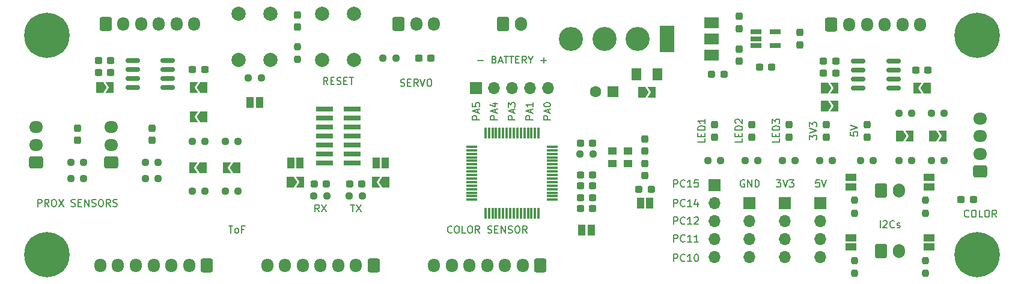
<source format=gbr>
%TF.GenerationSoftware,KiCad,Pcbnew,(6.0.4)*%
%TF.CreationDate,2022-10-21T08:14:05+02:00*%
%TF.ProjectId,projet_robot_ese,70726f6a-6574-45f7-926f-626f745f6573,rev?*%
%TF.SameCoordinates,Original*%
%TF.FileFunction,Soldermask,Top*%
%TF.FilePolarity,Negative*%
%FSLAX46Y46*%
G04 Gerber Fmt 4.6, Leading zero omitted, Abs format (unit mm)*
G04 Created by KiCad (PCBNEW (6.0.4)) date 2022-10-21 08:14:05*
%MOMM*%
%LPD*%
G01*
G04 APERTURE LIST*
G04 Aperture macros list*
%AMRoundRect*
0 Rectangle with rounded corners*
0 $1 Rounding radius*
0 $2 $3 $4 $5 $6 $7 $8 $9 X,Y pos of 4 corners*
0 Add a 4 corners polygon primitive as box body*
4,1,4,$2,$3,$4,$5,$6,$7,$8,$9,$2,$3,0*
0 Add four circle primitives for the rounded corners*
1,1,$1+$1,$2,$3*
1,1,$1+$1,$4,$5*
1,1,$1+$1,$6,$7*
1,1,$1+$1,$8,$9*
0 Add four rect primitives between the rounded corners*
20,1,$1+$1,$2,$3,$4,$5,0*
20,1,$1+$1,$4,$5,$6,$7,0*
20,1,$1+$1,$6,$7,$8,$9,0*
20,1,$1+$1,$8,$9,$2,$3,0*%
%AMFreePoly0*
4,1,6,1.000000,0.000000,0.500000,-0.750000,-0.500000,-0.750000,-0.500000,0.750000,0.500000,0.750000,1.000000,0.000000,1.000000,0.000000,$1*%
%AMFreePoly1*
4,1,6,0.500000,-0.750000,-0.650000,-0.750000,-0.150000,0.000000,-0.650000,0.750000,0.500000,0.750000,0.500000,-0.750000,0.500000,-0.750000,$1*%
G04 Aperture macros list end*
%ADD10C,0.150000*%
%ADD11RoundRect,0.150000X-0.825000X-0.150000X0.825000X-0.150000X0.825000X0.150000X-0.825000X0.150000X0*%
%ADD12RoundRect,0.237500X-0.287500X-0.237500X0.287500X-0.237500X0.287500X0.237500X-0.287500X0.237500X0*%
%ADD13FreePoly0,0.000000*%
%ADD14FreePoly1,0.000000*%
%ADD15C,2.000000*%
%ADD16R,1.300000X1.000000*%
%ADD17RoundRect,0.250000X-0.600000X-0.725000X0.600000X-0.725000X0.600000X0.725000X-0.600000X0.725000X0*%
%ADD18O,1.700000X1.950000*%
%ADD19FreePoly0,180.000000*%
%ADD20FreePoly1,180.000000*%
%ADD21R,1.700000X1.700000*%
%ADD22O,1.700000X1.700000*%
%ADD23RoundRect,0.237500X0.250000X0.237500X-0.250000X0.237500X-0.250000X-0.237500X0.250000X-0.237500X0*%
%ADD24RoundRect,0.237500X0.237500X-0.287500X0.237500X0.287500X-0.237500X0.287500X-0.237500X-0.287500X0*%
%ADD25RoundRect,0.237500X0.287500X0.237500X-0.287500X0.237500X-0.287500X-0.237500X0.287500X-0.237500X0*%
%ADD26RoundRect,0.237500X-0.250000X-0.237500X0.250000X-0.237500X0.250000X0.237500X-0.250000X0.237500X0*%
%ADD27RoundRect,0.237500X-0.237500X0.300000X-0.237500X-0.300000X0.237500X-0.300000X0.237500X0.300000X0*%
%ADD28RoundRect,0.237500X-0.300000X-0.237500X0.300000X-0.237500X0.300000X0.237500X-0.300000X0.237500X0*%
%ADD29RoundRect,0.237500X0.300000X0.237500X-0.300000X0.237500X-0.300000X-0.237500X0.300000X-0.237500X0*%
%ADD30R,1.600000X1.600000*%
%ADD31C,1.600000*%
%ADD32C,0.800000*%
%ADD33C,6.400000*%
%ADD34RoundRect,0.250000X0.600000X0.725000X-0.600000X0.725000X-0.600000X-0.725000X0.600000X-0.725000X0*%
%ADD35RoundRect,0.250000X0.725000X-0.600000X0.725000X0.600000X-0.725000X0.600000X-0.725000X-0.600000X0*%
%ADD36O,1.950000X1.700000*%
%ADD37R,1.000000X1.500000*%
%ADD38R,1.500000X1.000000*%
%ADD39RoundRect,0.250000X-0.600000X-0.750000X0.600000X-0.750000X0.600000X0.750000X-0.600000X0.750000X0*%
%ADD40O,1.700000X2.000000*%
%ADD41RoundRect,0.237500X0.237500X-0.300000X0.237500X0.300000X-0.237500X0.300000X-0.237500X-0.300000X0*%
%ADD42RoundRect,0.237500X0.237500X-0.250000X0.237500X0.250000X-0.237500X0.250000X-0.237500X-0.250000X0*%
%ADD43RoundRect,0.075000X0.700000X0.075000X-0.700000X0.075000X-0.700000X-0.075000X0.700000X-0.075000X0*%
%ADD44RoundRect,0.075000X0.075000X0.700000X-0.075000X0.700000X-0.075000X-0.700000X0.075000X-0.700000X0*%
%ADD45RoundRect,0.250001X-0.462499X-0.624999X0.462499X-0.624999X0.462499X0.624999X-0.462499X0.624999X0*%
%ADD46R,1.560000X0.650000*%
%ADD47RoundRect,0.237500X-0.237500X0.250000X-0.237500X-0.250000X0.237500X-0.250000X0.237500X0.250000X0*%
%ADD48C,3.400000*%
%ADD49R,2.400000X0.740000*%
%ADD50R,2.000000X1.500000*%
%ADD51R,2.000000X3.800000*%
G04 APERTURE END LIST*
D10*
X147238095Y-108452380D02*
X147809523Y-108452380D01*
X147523809Y-109452380D02*
X147523809Y-108452380D01*
X148047619Y-108452380D02*
X148714285Y-109452380D01*
X148714285Y-108452380D02*
X148047619Y-109452380D01*
X142833333Y-109452380D02*
X142500000Y-108976190D01*
X142261904Y-109452380D02*
X142261904Y-108452380D01*
X142642857Y-108452380D01*
X142738095Y-108500000D01*
X142785714Y-108547619D01*
X142833333Y-108642857D01*
X142833333Y-108785714D01*
X142785714Y-108880952D01*
X142738095Y-108928571D01*
X142642857Y-108976190D01*
X142261904Y-108976190D01*
X143166666Y-108452380D02*
X143833333Y-109452380D01*
X143833333Y-108452380D02*
X143166666Y-109452380D01*
X192785714Y-108702380D02*
X192785714Y-107702380D01*
X193166666Y-107702380D01*
X193261904Y-107750000D01*
X193309523Y-107797619D01*
X193357142Y-107892857D01*
X193357142Y-108035714D01*
X193309523Y-108130952D01*
X193261904Y-108178571D01*
X193166666Y-108226190D01*
X192785714Y-108226190D01*
X194357142Y-108607142D02*
X194309523Y-108654761D01*
X194166666Y-108702380D01*
X194071428Y-108702380D01*
X193928571Y-108654761D01*
X193833333Y-108559523D01*
X193785714Y-108464285D01*
X193738095Y-108273809D01*
X193738095Y-108130952D01*
X193785714Y-107940476D01*
X193833333Y-107845238D01*
X193928571Y-107750000D01*
X194071428Y-107702380D01*
X194166666Y-107702380D01*
X194309523Y-107750000D01*
X194357142Y-107797619D01*
X195309523Y-108702380D02*
X194738095Y-108702380D01*
X195023809Y-108702380D02*
X195023809Y-107702380D01*
X194928571Y-107845238D01*
X194833333Y-107940476D01*
X194738095Y-107988095D01*
X196166666Y-108035714D02*
X196166666Y-108702380D01*
X195928571Y-107654761D02*
X195690476Y-108369047D01*
X196309523Y-108369047D01*
X192785714Y-116452380D02*
X192785714Y-115452380D01*
X193166666Y-115452380D01*
X193261904Y-115500000D01*
X193309523Y-115547619D01*
X193357142Y-115642857D01*
X193357142Y-115785714D01*
X193309523Y-115880952D01*
X193261904Y-115928571D01*
X193166666Y-115976190D01*
X192785714Y-115976190D01*
X194357142Y-116357142D02*
X194309523Y-116404761D01*
X194166666Y-116452380D01*
X194071428Y-116452380D01*
X193928571Y-116404761D01*
X193833333Y-116309523D01*
X193785714Y-116214285D01*
X193738095Y-116023809D01*
X193738095Y-115880952D01*
X193785714Y-115690476D01*
X193833333Y-115595238D01*
X193928571Y-115500000D01*
X194071428Y-115452380D01*
X194166666Y-115452380D01*
X194309523Y-115500000D01*
X194357142Y-115547619D01*
X195309523Y-116452380D02*
X194738095Y-116452380D01*
X195023809Y-116452380D02*
X195023809Y-115452380D01*
X194928571Y-115595238D01*
X194833333Y-115690476D01*
X194738095Y-115738095D01*
X195928571Y-115452380D02*
X196023809Y-115452380D01*
X196119047Y-115500000D01*
X196166666Y-115547619D01*
X196214285Y-115642857D01*
X196261904Y-115833333D01*
X196261904Y-116071428D01*
X196214285Y-116261904D01*
X196166666Y-116357142D01*
X196119047Y-116404761D01*
X196023809Y-116452380D01*
X195928571Y-116452380D01*
X195833333Y-116404761D01*
X195785714Y-116357142D01*
X195738095Y-116261904D01*
X195690476Y-116071428D01*
X195690476Y-115833333D01*
X195738095Y-115642857D01*
X195785714Y-115547619D01*
X195833333Y-115500000D01*
X195928571Y-115452380D01*
X202452380Y-99119047D02*
X202452380Y-99595238D01*
X201452380Y-99595238D01*
X201928571Y-98785714D02*
X201928571Y-98452380D01*
X202452380Y-98309523D02*
X202452380Y-98785714D01*
X201452380Y-98785714D01*
X201452380Y-98309523D01*
X202452380Y-97880952D02*
X201452380Y-97880952D01*
X201452380Y-97642857D01*
X201500000Y-97500000D01*
X201595238Y-97404761D01*
X201690476Y-97357142D01*
X201880952Y-97309523D01*
X202023809Y-97309523D01*
X202214285Y-97357142D01*
X202309523Y-97404761D01*
X202404761Y-97500000D01*
X202452380Y-97642857D01*
X202452380Y-97880952D01*
X201547619Y-96928571D02*
X201500000Y-96880952D01*
X201452380Y-96785714D01*
X201452380Y-96547619D01*
X201500000Y-96452380D01*
X201547619Y-96404761D01*
X201642857Y-96357142D01*
X201738095Y-96357142D01*
X201880952Y-96404761D01*
X202452380Y-96976190D01*
X202452380Y-96357142D01*
X192785714Y-111202380D02*
X192785714Y-110202380D01*
X193166666Y-110202380D01*
X193261904Y-110250000D01*
X193309523Y-110297619D01*
X193357142Y-110392857D01*
X193357142Y-110535714D01*
X193309523Y-110630952D01*
X193261904Y-110678571D01*
X193166666Y-110726190D01*
X192785714Y-110726190D01*
X194357142Y-111107142D02*
X194309523Y-111154761D01*
X194166666Y-111202380D01*
X194071428Y-111202380D01*
X193928571Y-111154761D01*
X193833333Y-111059523D01*
X193785714Y-110964285D01*
X193738095Y-110773809D01*
X193738095Y-110630952D01*
X193785714Y-110440476D01*
X193833333Y-110345238D01*
X193928571Y-110250000D01*
X194071428Y-110202380D01*
X194166666Y-110202380D01*
X194309523Y-110250000D01*
X194357142Y-110297619D01*
X195309523Y-111202380D02*
X194738095Y-111202380D01*
X195023809Y-111202380D02*
X195023809Y-110202380D01*
X194928571Y-110345238D01*
X194833333Y-110440476D01*
X194738095Y-110488095D01*
X195690476Y-110297619D02*
X195738095Y-110250000D01*
X195833333Y-110202380D01*
X196071428Y-110202380D01*
X196166666Y-110250000D01*
X196214285Y-110297619D01*
X196261904Y-110392857D01*
X196261904Y-110488095D01*
X196214285Y-110630952D01*
X195642857Y-111202380D01*
X196261904Y-111202380D01*
X192785714Y-113702380D02*
X192785714Y-112702380D01*
X193166666Y-112702380D01*
X193261904Y-112750000D01*
X193309523Y-112797619D01*
X193357142Y-112892857D01*
X193357142Y-113035714D01*
X193309523Y-113130952D01*
X193261904Y-113178571D01*
X193166666Y-113226190D01*
X192785714Y-113226190D01*
X194357142Y-113607142D02*
X194309523Y-113654761D01*
X194166666Y-113702380D01*
X194071428Y-113702380D01*
X193928571Y-113654761D01*
X193833333Y-113559523D01*
X193785714Y-113464285D01*
X193738095Y-113273809D01*
X193738095Y-113130952D01*
X193785714Y-112940476D01*
X193833333Y-112845238D01*
X193928571Y-112750000D01*
X194071428Y-112702380D01*
X194166666Y-112702380D01*
X194309523Y-112750000D01*
X194357142Y-112797619D01*
X195309523Y-113702380D02*
X194738095Y-113702380D01*
X195023809Y-113702380D02*
X195023809Y-112702380D01*
X194928571Y-112845238D01*
X194833333Y-112940476D01*
X194738095Y-112988095D01*
X196261904Y-113702380D02*
X195690476Y-113702380D01*
X195976190Y-113702380D02*
X195976190Y-112702380D01*
X195880952Y-112845238D01*
X195785714Y-112940476D01*
X195690476Y-112988095D01*
X170452380Y-96416666D02*
X169452380Y-96416666D01*
X169452380Y-96035714D01*
X169500000Y-95940476D01*
X169547619Y-95892857D01*
X169642857Y-95845238D01*
X169785714Y-95845238D01*
X169880952Y-95892857D01*
X169928571Y-95940476D01*
X169976190Y-96035714D01*
X169976190Y-96416666D01*
X170166666Y-95464285D02*
X170166666Y-94988095D01*
X170452380Y-95559523D02*
X169452380Y-95226190D01*
X170452380Y-94892857D01*
X169452380Y-94654761D02*
X169452380Y-94035714D01*
X169833333Y-94369047D01*
X169833333Y-94226190D01*
X169880952Y-94130952D01*
X169928571Y-94083333D01*
X170023809Y-94035714D01*
X170261904Y-94035714D01*
X170357142Y-94083333D01*
X170404761Y-94130952D01*
X170452380Y-94226190D01*
X170452380Y-94511904D01*
X170404761Y-94607142D01*
X170357142Y-94654761D01*
X161523809Y-112357142D02*
X161476190Y-112404761D01*
X161333333Y-112452380D01*
X161238095Y-112452380D01*
X161095238Y-112404761D01*
X161000000Y-112309523D01*
X160952380Y-112214285D01*
X160904761Y-112023809D01*
X160904761Y-111880952D01*
X160952380Y-111690476D01*
X161000000Y-111595238D01*
X161095238Y-111500000D01*
X161238095Y-111452380D01*
X161333333Y-111452380D01*
X161476190Y-111500000D01*
X161523809Y-111547619D01*
X162142857Y-111452380D02*
X162333333Y-111452380D01*
X162428571Y-111500000D01*
X162523809Y-111595238D01*
X162571428Y-111785714D01*
X162571428Y-112119047D01*
X162523809Y-112309523D01*
X162428571Y-112404761D01*
X162333333Y-112452380D01*
X162142857Y-112452380D01*
X162047619Y-112404761D01*
X161952380Y-112309523D01*
X161904761Y-112119047D01*
X161904761Y-111785714D01*
X161952380Y-111595238D01*
X162047619Y-111500000D01*
X162142857Y-111452380D01*
X163476190Y-112452380D02*
X163000000Y-112452380D01*
X163000000Y-111452380D01*
X164000000Y-111452380D02*
X164190476Y-111452380D01*
X164285714Y-111500000D01*
X164380952Y-111595238D01*
X164428571Y-111785714D01*
X164428571Y-112119047D01*
X164380952Y-112309523D01*
X164285714Y-112404761D01*
X164190476Y-112452380D01*
X164000000Y-112452380D01*
X163904761Y-112404761D01*
X163809523Y-112309523D01*
X163761904Y-112119047D01*
X163761904Y-111785714D01*
X163809523Y-111595238D01*
X163904761Y-111500000D01*
X164000000Y-111452380D01*
X165428571Y-112452380D02*
X165095238Y-111976190D01*
X164857142Y-112452380D02*
X164857142Y-111452380D01*
X165238095Y-111452380D01*
X165333333Y-111500000D01*
X165380952Y-111547619D01*
X165428571Y-111642857D01*
X165428571Y-111785714D01*
X165380952Y-111880952D01*
X165333333Y-111928571D01*
X165238095Y-111976190D01*
X164857142Y-111976190D01*
X166571428Y-112404761D02*
X166714285Y-112452380D01*
X166952380Y-112452380D01*
X167047619Y-112404761D01*
X167095238Y-112357142D01*
X167142857Y-112261904D01*
X167142857Y-112166666D01*
X167095238Y-112071428D01*
X167047619Y-112023809D01*
X166952380Y-111976190D01*
X166761904Y-111928571D01*
X166666666Y-111880952D01*
X166619047Y-111833333D01*
X166571428Y-111738095D01*
X166571428Y-111642857D01*
X166619047Y-111547619D01*
X166666666Y-111500000D01*
X166761904Y-111452380D01*
X167000000Y-111452380D01*
X167142857Y-111500000D01*
X167571428Y-111928571D02*
X167904761Y-111928571D01*
X168047619Y-112452380D02*
X167571428Y-112452380D01*
X167571428Y-111452380D01*
X168047619Y-111452380D01*
X168476190Y-112452380D02*
X168476190Y-111452380D01*
X169047619Y-112452380D01*
X169047619Y-111452380D01*
X169476190Y-112404761D02*
X169619047Y-112452380D01*
X169857142Y-112452380D01*
X169952380Y-112404761D01*
X170000000Y-112357142D01*
X170047619Y-112261904D01*
X170047619Y-112166666D01*
X170000000Y-112071428D01*
X169952380Y-112023809D01*
X169857142Y-111976190D01*
X169666666Y-111928571D01*
X169571428Y-111880952D01*
X169523809Y-111833333D01*
X169476190Y-111738095D01*
X169476190Y-111642857D01*
X169523809Y-111547619D01*
X169571428Y-111500000D01*
X169666666Y-111452380D01*
X169904761Y-111452380D01*
X170047619Y-111500000D01*
X170666666Y-111452380D02*
X170857142Y-111452380D01*
X170952380Y-111500000D01*
X171047619Y-111595238D01*
X171095238Y-111785714D01*
X171095238Y-112119047D01*
X171047619Y-112309523D01*
X170952380Y-112404761D01*
X170857142Y-112452380D01*
X170666666Y-112452380D01*
X170571428Y-112404761D01*
X170476190Y-112309523D01*
X170428571Y-112119047D01*
X170428571Y-111785714D01*
X170476190Y-111595238D01*
X170571428Y-111500000D01*
X170666666Y-111452380D01*
X172095238Y-112452380D02*
X171761904Y-111976190D01*
X171523809Y-112452380D02*
X171523809Y-111452380D01*
X171904761Y-111452380D01*
X172000000Y-111500000D01*
X172047619Y-111547619D01*
X172095238Y-111642857D01*
X172095238Y-111785714D01*
X172047619Y-111880952D01*
X172000000Y-111928571D01*
X171904761Y-111976190D01*
X171523809Y-111976190D01*
X165166666Y-88071428D02*
X165928571Y-88071428D01*
X167500000Y-87928571D02*
X167642857Y-87976190D01*
X167690476Y-88023809D01*
X167738095Y-88119047D01*
X167738095Y-88261904D01*
X167690476Y-88357142D01*
X167642857Y-88404761D01*
X167547619Y-88452380D01*
X167166666Y-88452380D01*
X167166666Y-87452380D01*
X167500000Y-87452380D01*
X167595238Y-87500000D01*
X167642857Y-87547619D01*
X167690476Y-87642857D01*
X167690476Y-87738095D01*
X167642857Y-87833333D01*
X167595238Y-87880952D01*
X167500000Y-87928571D01*
X167166666Y-87928571D01*
X168119047Y-88166666D02*
X168595238Y-88166666D01*
X168023809Y-88452380D02*
X168357142Y-87452380D01*
X168690476Y-88452380D01*
X168880952Y-87452380D02*
X169452380Y-87452380D01*
X169166666Y-88452380D02*
X169166666Y-87452380D01*
X169642857Y-87452380D02*
X170214285Y-87452380D01*
X169928571Y-88452380D02*
X169928571Y-87452380D01*
X170547619Y-87928571D02*
X170880952Y-87928571D01*
X171023809Y-88452380D02*
X170547619Y-88452380D01*
X170547619Y-87452380D01*
X171023809Y-87452380D01*
X172023809Y-88452380D02*
X171690476Y-87976190D01*
X171452380Y-88452380D02*
X171452380Y-87452380D01*
X171833333Y-87452380D01*
X171928571Y-87500000D01*
X171976190Y-87547619D01*
X172023809Y-87642857D01*
X172023809Y-87785714D01*
X171976190Y-87880952D01*
X171928571Y-87928571D01*
X171833333Y-87976190D01*
X171452380Y-87976190D01*
X172642857Y-87976190D02*
X172642857Y-88452380D01*
X172309523Y-87452380D02*
X172642857Y-87976190D01*
X172976190Y-87452380D01*
X174071428Y-88071428D02*
X174833333Y-88071428D01*
X174452380Y-88452380D02*
X174452380Y-87690476D01*
X207702380Y-99119047D02*
X207702380Y-99595238D01*
X206702380Y-99595238D01*
X207178571Y-98785714D02*
X207178571Y-98452380D01*
X207702380Y-98309523D02*
X207702380Y-98785714D01*
X206702380Y-98785714D01*
X206702380Y-98309523D01*
X207702380Y-97880952D02*
X206702380Y-97880952D01*
X206702380Y-97642857D01*
X206750000Y-97500000D01*
X206845238Y-97404761D01*
X206940476Y-97357142D01*
X207130952Y-97309523D01*
X207273809Y-97309523D01*
X207464285Y-97357142D01*
X207559523Y-97404761D01*
X207654761Y-97500000D01*
X207702380Y-97642857D01*
X207702380Y-97880952D01*
X206702380Y-96976190D02*
X206702380Y-96357142D01*
X207083333Y-96690476D01*
X207083333Y-96547619D01*
X207130952Y-96452380D01*
X207178571Y-96404761D01*
X207273809Y-96357142D01*
X207511904Y-96357142D01*
X207607142Y-96404761D01*
X207654761Y-96452380D01*
X207702380Y-96547619D01*
X207702380Y-96833333D01*
X207654761Y-96928571D01*
X207607142Y-96976190D01*
X192785714Y-105952380D02*
X192785714Y-104952380D01*
X193166666Y-104952380D01*
X193261904Y-105000000D01*
X193309523Y-105047619D01*
X193357142Y-105142857D01*
X193357142Y-105285714D01*
X193309523Y-105380952D01*
X193261904Y-105428571D01*
X193166666Y-105476190D01*
X192785714Y-105476190D01*
X194357142Y-105857142D02*
X194309523Y-105904761D01*
X194166666Y-105952380D01*
X194071428Y-105952380D01*
X193928571Y-105904761D01*
X193833333Y-105809523D01*
X193785714Y-105714285D01*
X193738095Y-105523809D01*
X193738095Y-105380952D01*
X193785714Y-105190476D01*
X193833333Y-105095238D01*
X193928571Y-105000000D01*
X194071428Y-104952380D01*
X194166666Y-104952380D01*
X194309523Y-105000000D01*
X194357142Y-105047619D01*
X195309523Y-105952380D02*
X194738095Y-105952380D01*
X195023809Y-105952380D02*
X195023809Y-104952380D01*
X194928571Y-105095238D01*
X194833333Y-105190476D01*
X194738095Y-105238095D01*
X196214285Y-104952380D02*
X195738095Y-104952380D01*
X195690476Y-105428571D01*
X195738095Y-105380952D01*
X195833333Y-105333333D01*
X196071428Y-105333333D01*
X196166666Y-105380952D01*
X196214285Y-105428571D01*
X196261904Y-105523809D01*
X196261904Y-105761904D01*
X196214285Y-105857142D01*
X196166666Y-105904761D01*
X196071428Y-105952380D01*
X195833333Y-105952380D01*
X195738095Y-105904761D01*
X195690476Y-105857142D01*
X197202380Y-99119047D02*
X197202380Y-99595238D01*
X196202380Y-99595238D01*
X196678571Y-98785714D02*
X196678571Y-98452380D01*
X197202380Y-98309523D02*
X197202380Y-98785714D01*
X196202380Y-98785714D01*
X196202380Y-98309523D01*
X197202380Y-97880952D02*
X196202380Y-97880952D01*
X196202380Y-97642857D01*
X196250000Y-97500000D01*
X196345238Y-97404761D01*
X196440476Y-97357142D01*
X196630952Y-97309523D01*
X196773809Y-97309523D01*
X196964285Y-97357142D01*
X197059523Y-97404761D01*
X197154761Y-97500000D01*
X197202380Y-97642857D01*
X197202380Y-97880952D01*
X197202380Y-96357142D02*
X197202380Y-96928571D01*
X197202380Y-96642857D02*
X196202380Y-96642857D01*
X196345238Y-96738095D01*
X196440476Y-96833333D01*
X196488095Y-96928571D01*
X221869047Y-111702380D02*
X221869047Y-110702380D01*
X222297619Y-110797619D02*
X222345238Y-110750000D01*
X222440476Y-110702380D01*
X222678571Y-110702380D01*
X222773809Y-110750000D01*
X222821428Y-110797619D01*
X222869047Y-110892857D01*
X222869047Y-110988095D01*
X222821428Y-111130952D01*
X222250000Y-111702380D01*
X222869047Y-111702380D01*
X223869047Y-111607142D02*
X223821428Y-111654761D01*
X223678571Y-111702380D01*
X223583333Y-111702380D01*
X223440476Y-111654761D01*
X223345238Y-111559523D01*
X223297619Y-111464285D01*
X223250000Y-111273809D01*
X223250000Y-111130952D01*
X223297619Y-110940476D01*
X223345238Y-110845238D01*
X223440476Y-110750000D01*
X223583333Y-110702380D01*
X223678571Y-110702380D01*
X223821428Y-110750000D01*
X223869047Y-110797619D01*
X224250000Y-111654761D02*
X224345238Y-111702380D01*
X224535714Y-111702380D01*
X224630952Y-111654761D01*
X224678571Y-111559523D01*
X224678571Y-111511904D01*
X224630952Y-111416666D01*
X224535714Y-111369047D01*
X224392857Y-111369047D01*
X224297619Y-111321428D01*
X224250000Y-111226190D01*
X224250000Y-111178571D01*
X224297619Y-111083333D01*
X224392857Y-111035714D01*
X224535714Y-111035714D01*
X224630952Y-111083333D01*
X130083333Y-111452380D02*
X130654761Y-111452380D01*
X130369047Y-112452380D02*
X130369047Y-111452380D01*
X131130952Y-112452380D02*
X131035714Y-112404761D01*
X130988095Y-112357142D01*
X130940476Y-112261904D01*
X130940476Y-111976190D01*
X130988095Y-111880952D01*
X131035714Y-111833333D01*
X131130952Y-111785714D01*
X131273809Y-111785714D01*
X131369047Y-111833333D01*
X131416666Y-111880952D01*
X131464285Y-111976190D01*
X131464285Y-112261904D01*
X131416666Y-112357142D01*
X131369047Y-112404761D01*
X131273809Y-112452380D01*
X131130952Y-112452380D01*
X132226190Y-111928571D02*
X131892857Y-111928571D01*
X131892857Y-112452380D02*
X131892857Y-111452380D01*
X132369047Y-111452380D01*
X234357142Y-110107142D02*
X234309523Y-110154761D01*
X234166666Y-110202380D01*
X234071428Y-110202380D01*
X233928571Y-110154761D01*
X233833333Y-110059523D01*
X233785714Y-109964285D01*
X233738095Y-109773809D01*
X233738095Y-109630952D01*
X233785714Y-109440476D01*
X233833333Y-109345238D01*
X233928571Y-109250000D01*
X234071428Y-109202380D01*
X234166666Y-109202380D01*
X234309523Y-109250000D01*
X234357142Y-109297619D01*
X234976190Y-109202380D02*
X235166666Y-109202380D01*
X235261904Y-109250000D01*
X235357142Y-109345238D01*
X235404761Y-109535714D01*
X235404761Y-109869047D01*
X235357142Y-110059523D01*
X235261904Y-110154761D01*
X235166666Y-110202380D01*
X234976190Y-110202380D01*
X234880952Y-110154761D01*
X234785714Y-110059523D01*
X234738095Y-109869047D01*
X234738095Y-109535714D01*
X234785714Y-109345238D01*
X234880952Y-109250000D01*
X234976190Y-109202380D01*
X236309523Y-110202380D02*
X235833333Y-110202380D01*
X235833333Y-109202380D01*
X236833333Y-109202380D02*
X237023809Y-109202380D01*
X237119047Y-109250000D01*
X237214285Y-109345238D01*
X237261904Y-109535714D01*
X237261904Y-109869047D01*
X237214285Y-110059523D01*
X237119047Y-110154761D01*
X237023809Y-110202380D01*
X236833333Y-110202380D01*
X236738095Y-110154761D01*
X236642857Y-110059523D01*
X236595238Y-109869047D01*
X236595238Y-109535714D01*
X236642857Y-109345238D01*
X236738095Y-109250000D01*
X236833333Y-109202380D01*
X238261904Y-110202380D02*
X237928571Y-109726190D01*
X237690476Y-110202380D02*
X237690476Y-109202380D01*
X238071428Y-109202380D01*
X238166666Y-109250000D01*
X238214285Y-109297619D01*
X238261904Y-109392857D01*
X238261904Y-109535714D01*
X238214285Y-109630952D01*
X238166666Y-109678571D01*
X238071428Y-109726190D01*
X237690476Y-109726190D01*
X175452380Y-96416666D02*
X174452380Y-96416666D01*
X174452380Y-96035714D01*
X174500000Y-95940476D01*
X174547619Y-95892857D01*
X174642857Y-95845238D01*
X174785714Y-95845238D01*
X174880952Y-95892857D01*
X174928571Y-95940476D01*
X174976190Y-96035714D01*
X174976190Y-96416666D01*
X175166666Y-95464285D02*
X175166666Y-94988095D01*
X175452380Y-95559523D02*
X174452380Y-95226190D01*
X175452380Y-94892857D01*
X174452380Y-94369047D02*
X174452380Y-94273809D01*
X174500000Y-94178571D01*
X174547619Y-94130952D01*
X174642857Y-94083333D01*
X174833333Y-94035714D01*
X175071428Y-94035714D01*
X175261904Y-94083333D01*
X175357142Y-94130952D01*
X175404761Y-94178571D01*
X175452380Y-94273809D01*
X175452380Y-94369047D01*
X175404761Y-94464285D01*
X175357142Y-94511904D01*
X175261904Y-94559523D01*
X175071428Y-94607142D01*
X174833333Y-94607142D01*
X174642857Y-94559523D01*
X174547619Y-94511904D01*
X174500000Y-94464285D01*
X174452380Y-94369047D01*
X103178571Y-108702380D02*
X103178571Y-107702380D01*
X103559523Y-107702380D01*
X103654761Y-107750000D01*
X103702380Y-107797619D01*
X103750000Y-107892857D01*
X103750000Y-108035714D01*
X103702380Y-108130952D01*
X103654761Y-108178571D01*
X103559523Y-108226190D01*
X103178571Y-108226190D01*
X104750000Y-108702380D02*
X104416666Y-108226190D01*
X104178571Y-108702380D02*
X104178571Y-107702380D01*
X104559523Y-107702380D01*
X104654761Y-107750000D01*
X104702380Y-107797619D01*
X104750000Y-107892857D01*
X104750000Y-108035714D01*
X104702380Y-108130952D01*
X104654761Y-108178571D01*
X104559523Y-108226190D01*
X104178571Y-108226190D01*
X105369047Y-107702380D02*
X105559523Y-107702380D01*
X105654761Y-107750000D01*
X105750000Y-107845238D01*
X105797619Y-108035714D01*
X105797619Y-108369047D01*
X105750000Y-108559523D01*
X105654761Y-108654761D01*
X105559523Y-108702380D01*
X105369047Y-108702380D01*
X105273809Y-108654761D01*
X105178571Y-108559523D01*
X105130952Y-108369047D01*
X105130952Y-108035714D01*
X105178571Y-107845238D01*
X105273809Y-107750000D01*
X105369047Y-107702380D01*
X106130952Y-107702380D02*
X106797619Y-108702380D01*
X106797619Y-107702380D02*
X106130952Y-108702380D01*
X107892857Y-108654761D02*
X108035714Y-108702380D01*
X108273809Y-108702380D01*
X108369047Y-108654761D01*
X108416666Y-108607142D01*
X108464285Y-108511904D01*
X108464285Y-108416666D01*
X108416666Y-108321428D01*
X108369047Y-108273809D01*
X108273809Y-108226190D01*
X108083333Y-108178571D01*
X107988095Y-108130952D01*
X107940476Y-108083333D01*
X107892857Y-107988095D01*
X107892857Y-107892857D01*
X107940476Y-107797619D01*
X107988095Y-107750000D01*
X108083333Y-107702380D01*
X108321428Y-107702380D01*
X108464285Y-107750000D01*
X108892857Y-108178571D02*
X109226190Y-108178571D01*
X109369047Y-108702380D02*
X108892857Y-108702380D01*
X108892857Y-107702380D01*
X109369047Y-107702380D01*
X109797619Y-108702380D02*
X109797619Y-107702380D01*
X110369047Y-108702380D01*
X110369047Y-107702380D01*
X110797619Y-108654761D02*
X110940476Y-108702380D01*
X111178571Y-108702380D01*
X111273809Y-108654761D01*
X111321428Y-108607142D01*
X111369047Y-108511904D01*
X111369047Y-108416666D01*
X111321428Y-108321428D01*
X111273809Y-108273809D01*
X111178571Y-108226190D01*
X110988095Y-108178571D01*
X110892857Y-108130952D01*
X110845238Y-108083333D01*
X110797619Y-107988095D01*
X110797619Y-107892857D01*
X110845238Y-107797619D01*
X110892857Y-107750000D01*
X110988095Y-107702380D01*
X111226190Y-107702380D01*
X111369047Y-107750000D01*
X111988095Y-107702380D02*
X112178571Y-107702380D01*
X112273809Y-107750000D01*
X112369047Y-107845238D01*
X112416666Y-108035714D01*
X112416666Y-108369047D01*
X112369047Y-108559523D01*
X112273809Y-108654761D01*
X112178571Y-108702380D01*
X111988095Y-108702380D01*
X111892857Y-108654761D01*
X111797619Y-108559523D01*
X111750000Y-108369047D01*
X111750000Y-108035714D01*
X111797619Y-107845238D01*
X111892857Y-107750000D01*
X111988095Y-107702380D01*
X113416666Y-108702380D02*
X113083333Y-108226190D01*
X112845238Y-108702380D02*
X112845238Y-107702380D01*
X113226190Y-107702380D01*
X113321428Y-107750000D01*
X113369047Y-107797619D01*
X113416666Y-107892857D01*
X113416666Y-108035714D01*
X113369047Y-108130952D01*
X113321428Y-108178571D01*
X113226190Y-108226190D01*
X112845238Y-108226190D01*
X113797619Y-108654761D02*
X113940476Y-108702380D01*
X114178571Y-108702380D01*
X114273809Y-108654761D01*
X114321428Y-108607142D01*
X114369047Y-108511904D01*
X114369047Y-108416666D01*
X114321428Y-108321428D01*
X114273809Y-108273809D01*
X114178571Y-108226190D01*
X113988095Y-108178571D01*
X113892857Y-108130952D01*
X113845238Y-108083333D01*
X113797619Y-107988095D01*
X113797619Y-107892857D01*
X113845238Y-107797619D01*
X113892857Y-107750000D01*
X113988095Y-107702380D01*
X114226190Y-107702380D01*
X114369047Y-107750000D01*
X217702380Y-98190476D02*
X217702380Y-98666666D01*
X218178571Y-98714285D01*
X218130952Y-98666666D01*
X218083333Y-98571428D01*
X218083333Y-98333333D01*
X218130952Y-98238095D01*
X218178571Y-98190476D01*
X218273809Y-98142857D01*
X218511904Y-98142857D01*
X218607142Y-98190476D01*
X218654761Y-98238095D01*
X218702380Y-98333333D01*
X218702380Y-98571428D01*
X218654761Y-98666666D01*
X218607142Y-98714285D01*
X217702380Y-97857142D02*
X218702380Y-97523809D01*
X217702380Y-97190476D01*
X144047619Y-91452380D02*
X143714285Y-90976190D01*
X143476190Y-91452380D02*
X143476190Y-90452380D01*
X143857142Y-90452380D01*
X143952380Y-90500000D01*
X144000000Y-90547619D01*
X144047619Y-90642857D01*
X144047619Y-90785714D01*
X144000000Y-90880952D01*
X143952380Y-90928571D01*
X143857142Y-90976190D01*
X143476190Y-90976190D01*
X144476190Y-90928571D02*
X144809523Y-90928571D01*
X144952380Y-91452380D02*
X144476190Y-91452380D01*
X144476190Y-90452380D01*
X144952380Y-90452380D01*
X145333333Y-91404761D02*
X145476190Y-91452380D01*
X145714285Y-91452380D01*
X145809523Y-91404761D01*
X145857142Y-91357142D01*
X145904761Y-91261904D01*
X145904761Y-91166666D01*
X145857142Y-91071428D01*
X145809523Y-91023809D01*
X145714285Y-90976190D01*
X145523809Y-90928571D01*
X145428571Y-90880952D01*
X145380952Y-90833333D01*
X145333333Y-90738095D01*
X145333333Y-90642857D01*
X145380952Y-90547619D01*
X145428571Y-90500000D01*
X145523809Y-90452380D01*
X145761904Y-90452380D01*
X145904761Y-90500000D01*
X146333333Y-90928571D02*
X146666666Y-90928571D01*
X146809523Y-91452380D02*
X146333333Y-91452380D01*
X146333333Y-90452380D01*
X146809523Y-90452380D01*
X147095238Y-90452380D02*
X147666666Y-90452380D01*
X147380952Y-91452380D02*
X147380952Y-90452380D01*
X202738095Y-105000000D02*
X202642857Y-104952380D01*
X202500000Y-104952380D01*
X202357142Y-105000000D01*
X202261904Y-105095238D01*
X202214285Y-105190476D01*
X202166666Y-105380952D01*
X202166666Y-105523809D01*
X202214285Y-105714285D01*
X202261904Y-105809523D01*
X202357142Y-105904761D01*
X202500000Y-105952380D01*
X202595238Y-105952380D01*
X202738095Y-105904761D01*
X202785714Y-105857142D01*
X202785714Y-105523809D01*
X202595238Y-105523809D01*
X203214285Y-105952380D02*
X203214285Y-104952380D01*
X203785714Y-105952380D01*
X203785714Y-104952380D01*
X204261904Y-105952380D02*
X204261904Y-104952380D01*
X204500000Y-104952380D01*
X204642857Y-105000000D01*
X204738095Y-105095238D01*
X204785714Y-105190476D01*
X204833333Y-105380952D01*
X204833333Y-105523809D01*
X204785714Y-105714285D01*
X204738095Y-105809523D01*
X204642857Y-105904761D01*
X204500000Y-105952380D01*
X204261904Y-105952380D01*
X213309523Y-104952380D02*
X212833333Y-104952380D01*
X212785714Y-105428571D01*
X212833333Y-105380952D01*
X212928571Y-105333333D01*
X213166666Y-105333333D01*
X213261904Y-105380952D01*
X213309523Y-105428571D01*
X213357142Y-105523809D01*
X213357142Y-105761904D01*
X213309523Y-105857142D01*
X213261904Y-105904761D01*
X213166666Y-105952380D01*
X212928571Y-105952380D01*
X212833333Y-105904761D01*
X212785714Y-105857142D01*
X213642857Y-104952380D02*
X213976190Y-105952380D01*
X214309523Y-104952380D01*
X207261904Y-104952380D02*
X207880952Y-104952380D01*
X207547619Y-105333333D01*
X207690476Y-105333333D01*
X207785714Y-105380952D01*
X207833333Y-105428571D01*
X207880952Y-105523809D01*
X207880952Y-105761904D01*
X207833333Y-105857142D01*
X207785714Y-105904761D01*
X207690476Y-105952380D01*
X207404761Y-105952380D01*
X207309523Y-105904761D01*
X207261904Y-105857142D01*
X208166666Y-104952380D02*
X208500000Y-105952380D01*
X208833333Y-104952380D01*
X209071428Y-104952380D02*
X209690476Y-104952380D01*
X209357142Y-105333333D01*
X209500000Y-105333333D01*
X209595238Y-105380952D01*
X209642857Y-105428571D01*
X209690476Y-105523809D01*
X209690476Y-105761904D01*
X209642857Y-105857142D01*
X209595238Y-105904761D01*
X209500000Y-105952380D01*
X209214285Y-105952380D01*
X209119047Y-105904761D01*
X209071428Y-105857142D01*
X167952380Y-96416666D02*
X166952380Y-96416666D01*
X166952380Y-96035714D01*
X167000000Y-95940476D01*
X167047619Y-95892857D01*
X167142857Y-95845238D01*
X167285714Y-95845238D01*
X167380952Y-95892857D01*
X167428571Y-95940476D01*
X167476190Y-96035714D01*
X167476190Y-96416666D01*
X167666666Y-95464285D02*
X167666666Y-94988095D01*
X167952380Y-95559523D02*
X166952380Y-95226190D01*
X167952380Y-94892857D01*
X167285714Y-94130952D02*
X167952380Y-94130952D01*
X166904761Y-94369047D02*
X167619047Y-94607142D01*
X167619047Y-93988095D01*
X154309523Y-91654761D02*
X154452380Y-91702380D01*
X154690476Y-91702380D01*
X154785714Y-91654761D01*
X154833333Y-91607142D01*
X154880952Y-91511904D01*
X154880952Y-91416666D01*
X154833333Y-91321428D01*
X154785714Y-91273809D01*
X154690476Y-91226190D01*
X154500000Y-91178571D01*
X154404761Y-91130952D01*
X154357142Y-91083333D01*
X154309523Y-90988095D01*
X154309523Y-90892857D01*
X154357142Y-90797619D01*
X154404761Y-90750000D01*
X154500000Y-90702380D01*
X154738095Y-90702380D01*
X154880952Y-90750000D01*
X155309523Y-91178571D02*
X155642857Y-91178571D01*
X155785714Y-91702380D02*
X155309523Y-91702380D01*
X155309523Y-90702380D01*
X155785714Y-90702380D01*
X156785714Y-91702380D02*
X156452380Y-91226190D01*
X156214285Y-91702380D02*
X156214285Y-90702380D01*
X156595238Y-90702380D01*
X156690476Y-90750000D01*
X156738095Y-90797619D01*
X156785714Y-90892857D01*
X156785714Y-91035714D01*
X156738095Y-91130952D01*
X156690476Y-91178571D01*
X156595238Y-91226190D01*
X156214285Y-91226190D01*
X157071428Y-90702380D02*
X157404761Y-91702380D01*
X157738095Y-90702380D01*
X158261904Y-90702380D02*
X158452380Y-90702380D01*
X158547619Y-90750000D01*
X158642857Y-90845238D01*
X158690476Y-91035714D01*
X158690476Y-91369047D01*
X158642857Y-91559523D01*
X158547619Y-91654761D01*
X158452380Y-91702380D01*
X158261904Y-91702380D01*
X158166666Y-91654761D01*
X158071428Y-91559523D01*
X158023809Y-91369047D01*
X158023809Y-91035714D01*
X158071428Y-90845238D01*
X158166666Y-90750000D01*
X158261904Y-90702380D01*
X172952380Y-96416666D02*
X171952380Y-96416666D01*
X171952380Y-96035714D01*
X172000000Y-95940476D01*
X172047619Y-95892857D01*
X172142857Y-95845238D01*
X172285714Y-95845238D01*
X172380952Y-95892857D01*
X172428571Y-95940476D01*
X172476190Y-96035714D01*
X172476190Y-96416666D01*
X172666666Y-95464285D02*
X172666666Y-94988095D01*
X172952380Y-95559523D02*
X171952380Y-95226190D01*
X172952380Y-94892857D01*
X172952380Y-94035714D02*
X172952380Y-94607142D01*
X172952380Y-94321428D02*
X171952380Y-94321428D01*
X172095238Y-94416666D01*
X172190476Y-94511904D01*
X172238095Y-94607142D01*
X165452380Y-96416666D02*
X164452380Y-96416666D01*
X164452380Y-96035714D01*
X164500000Y-95940476D01*
X164547619Y-95892857D01*
X164642857Y-95845238D01*
X164785714Y-95845238D01*
X164880952Y-95892857D01*
X164928571Y-95940476D01*
X164976190Y-96035714D01*
X164976190Y-96416666D01*
X165166666Y-95464285D02*
X165166666Y-94988095D01*
X165452380Y-95559523D02*
X164452380Y-95226190D01*
X165452380Y-94892857D01*
X164452380Y-94083333D02*
X164452380Y-94559523D01*
X164928571Y-94607142D01*
X164880952Y-94559523D01*
X164833333Y-94464285D01*
X164833333Y-94226190D01*
X164880952Y-94130952D01*
X164928571Y-94083333D01*
X165023809Y-94035714D01*
X165261904Y-94035714D01*
X165357142Y-94083333D01*
X165404761Y-94130952D01*
X165452380Y-94226190D01*
X165452380Y-94464285D01*
X165404761Y-94559523D01*
X165357142Y-94607142D01*
X211952380Y-99238095D02*
X211952380Y-98619047D01*
X212333333Y-98952380D01*
X212333333Y-98809523D01*
X212380952Y-98714285D01*
X212428571Y-98666666D01*
X212523809Y-98619047D01*
X212761904Y-98619047D01*
X212857142Y-98666666D01*
X212904761Y-98714285D01*
X212952380Y-98809523D01*
X212952380Y-99095238D01*
X212904761Y-99190476D01*
X212857142Y-99238095D01*
X211952380Y-98333333D02*
X212952380Y-98000000D01*
X211952380Y-97666666D01*
X211952380Y-97428571D02*
X211952380Y-96809523D01*
X212333333Y-97142857D01*
X212333333Y-97000000D01*
X212380952Y-96904761D01*
X212428571Y-96857142D01*
X212523809Y-96809523D01*
X212761904Y-96809523D01*
X212857142Y-96857142D01*
X212904761Y-96904761D01*
X212952380Y-97000000D01*
X212952380Y-97285714D01*
X212904761Y-97380952D01*
X212857142Y-97428571D01*
D11*
%TO.C,U301*%
X116541000Y-88095000D03*
X116541000Y-89365000D03*
X116541000Y-90635000D03*
X116541000Y-91905000D03*
X121491000Y-91905000D03*
X121491000Y-90635000D03*
X121491000Y-89365000D03*
X121491000Y-88095000D03*
%TD*%
D12*
%TO.C,D404*%
X142125000Y-105500000D03*
X143875000Y-105500000D03*
%TD*%
D13*
%TO.C,JP410*%
X138775000Y-105250000D03*
D14*
X140225000Y-105250000D03*
%TD*%
D15*
%TO.C,SW402*%
X131500000Y-88000000D03*
X131500000Y-81500000D03*
X136000000Y-81500000D03*
X136000000Y-88000000D03*
%TD*%
D16*
%TO.C,Y401*%
X184150000Y-102650000D03*
X186350000Y-102650000D03*
X186350000Y-100850000D03*
X184150000Y-100850000D03*
%TD*%
D17*
%TO.C,J302*%
X215000000Y-82975000D03*
D18*
X217500000Y-82975000D03*
X220000000Y-82975000D03*
X222500000Y-82975000D03*
X225000000Y-82975000D03*
X227500000Y-82975000D03*
%TD*%
D19*
%TO.C,JP306*%
X131225000Y-103250000D03*
D20*
X129775000Y-103250000D03*
%TD*%
D21*
%TO.C,J204*%
X213475000Y-108240000D03*
D22*
X213475000Y-110780000D03*
X213475000Y-113320000D03*
X213475000Y-115860000D03*
%TD*%
D23*
%TO.C,R307*%
X230912500Y-95500000D03*
X229087500Y-95500000D03*
%TD*%
D21*
%TO.C,J408*%
X198500000Y-105650000D03*
D22*
X198500000Y-108190000D03*
X198500000Y-110730000D03*
X198500000Y-113270000D03*
X198500000Y-115810000D03*
%TD*%
D24*
%TO.C,D402*%
X203750000Y-98875000D03*
X203750000Y-97125000D03*
%TD*%
D17*
%TO.C,J301*%
X112750000Y-82914000D03*
D18*
X115250000Y-82914000D03*
X117750000Y-82914000D03*
X120250000Y-82914000D03*
X122750000Y-82914000D03*
X125250000Y-82914000D03*
%TD*%
D25*
%TO.C,D405*%
X148875000Y-105500000D03*
X147125000Y-105500000D03*
%TD*%
D26*
%TO.C,R401*%
X179587500Y-101250000D03*
X181412500Y-101250000D03*
%TD*%
D27*
%TO.C,C404*%
X139750000Y-81637500D03*
X139750000Y-83362500D03*
%TD*%
D26*
%TO.C,R415*%
X118337500Y-102500000D03*
X120162500Y-102500000D03*
%TD*%
D28*
%TO.C,C405*%
X179637500Y-109000000D03*
X181362500Y-109000000D03*
%TD*%
D26*
%TO.C,R412*%
X208087500Y-102250000D03*
X209912500Y-102250000D03*
%TD*%
D28*
%TO.C,C410*%
X233275000Y-107750000D03*
X235000000Y-107750000D03*
%TD*%
D29*
%TO.C,C302*%
X215612500Y-89811000D03*
X213887500Y-89811000D03*
%TD*%
D30*
%TO.C,C205*%
X184250000Y-92500000D03*
D31*
X181750000Y-92500000D03*
%TD*%
D26*
%TO.C,R201*%
X219087500Y-102250000D03*
X220912500Y-102250000D03*
%TD*%
D28*
%TO.C,C412*%
X156887500Y-87750000D03*
X158612500Y-87750000D03*
%TD*%
%TO.C,C303*%
X125000000Y-89365000D03*
X126725000Y-89365000D03*
%TD*%
D26*
%TO.C,R202*%
X213337500Y-102250000D03*
X215162500Y-102250000D03*
%TD*%
D29*
%TO.C,C301*%
X113475000Y-89750000D03*
X111750000Y-89750000D03*
%TD*%
D26*
%TO.C,R308*%
X229087500Y-102250000D03*
X230912500Y-102250000D03*
%TD*%
%TO.C,R416*%
X118337500Y-104750000D03*
X120162500Y-104750000D03*
%TD*%
D27*
%TO.C,C202*%
X202000000Y-81837500D03*
X202000000Y-83562500D03*
%TD*%
%TO.C,C204*%
X210566000Y-84137500D03*
X210566000Y-85862500D03*
%TD*%
D17*
%TO.C,J405*%
X154000000Y-82914000D03*
D18*
X156500000Y-82914000D03*
X159000000Y-82914000D03*
%TD*%
D32*
%TO.C,H102*%
X233802944Y-86197056D03*
X237197056Y-82802944D03*
X233802944Y-82802944D03*
D33*
X235500000Y-84500000D03*
D32*
X237197056Y-86197056D03*
X237900000Y-84500000D03*
X235500000Y-86900000D03*
X235500000Y-82100000D03*
X233100000Y-84500000D03*
%TD*%
D26*
%TO.C,R303*%
X129587500Y-99500000D03*
X131412500Y-99500000D03*
%TD*%
D34*
%TO.C,J406*%
X127000000Y-117000000D03*
D18*
X124500000Y-117000000D03*
X122000000Y-117000000D03*
X119500000Y-117000000D03*
X117000000Y-117000000D03*
X114500000Y-117000000D03*
X112000000Y-117000000D03*
%TD*%
D29*
%TO.C,C306*%
X215612500Y-88156000D03*
X213887500Y-88156000D03*
%TD*%
%TO.C,C305*%
X113475000Y-88095000D03*
X111750000Y-88095000D03*
%TD*%
D19*
%TO.C,JP309*%
X126587500Y-96000000D03*
D20*
X125137500Y-96000000D03*
%TD*%
D35*
%TO.C,J407*%
X113500000Y-102500000D03*
D36*
X113500000Y-100000000D03*
X113500000Y-97500000D03*
%TD*%
D19*
%TO.C,JP411*%
X152225000Y-105250000D03*
D20*
X150775000Y-105250000D03*
%TD*%
D37*
%TO.C,JP405*%
X188100000Y-108250000D03*
X189400000Y-108250000D03*
%TD*%
D35*
%TO.C,J410*%
X235975000Y-103750000D03*
D36*
X235975000Y-101250000D03*
X235975000Y-98750000D03*
X235975000Y-96250000D03*
%TD*%
D38*
%TO.C,JP406*%
X217750000Y-114400000D03*
X217750000Y-113100000D03*
%TD*%
D28*
%TO.C,C406*%
X179637500Y-104250000D03*
X181362500Y-104250000D03*
%TD*%
D13*
%TO.C,JP303*%
X214000000Y-91966000D03*
D14*
X215450000Y-91966000D03*
%TD*%
D39*
%TO.C,J402*%
X222000000Y-106475000D03*
D40*
X224500000Y-106475000D03*
%TD*%
D23*
%TO.C,R302*%
X126775000Y-106500000D03*
X124950000Y-106500000D03*
%TD*%
D41*
%TO.C,C409*%
X119250000Y-99362500D03*
X119250000Y-97637500D03*
%TD*%
%TO.C,C201*%
X202000000Y-88162500D03*
X202000000Y-86437500D03*
%TD*%
D26*
%TO.C,R301*%
X124950000Y-99500000D03*
X126775000Y-99500000D03*
%TD*%
D13*
%TO.C,JP201*%
X188251000Y-92583000D03*
D14*
X189701000Y-92583000D03*
%TD*%
D39*
%TO.C,J403*%
X222000000Y-114975000D03*
D40*
X224500000Y-114975000D03*
%TD*%
D39*
%TO.C,J201*%
X168750000Y-82914000D03*
D40*
X171250000Y-82914000D03*
%TD*%
D21*
%TO.C,J409*%
X164950000Y-91975000D03*
D22*
X167490000Y-91975000D03*
X170030000Y-91975000D03*
X172570000Y-91975000D03*
X175110000Y-91975000D03*
%TD*%
D19*
%TO.C,JP305*%
X126475000Y-103250000D03*
D20*
X125025000Y-103250000D03*
%TD*%
D11*
%TO.C,U302*%
X218776000Y-88156000D03*
X218776000Y-89426000D03*
X218776000Y-90696000D03*
X218776000Y-91966000D03*
X223726000Y-91966000D03*
X223726000Y-90696000D03*
X223726000Y-89426000D03*
X223726000Y-88156000D03*
%TD*%
D35*
%TO.C,J411*%
X102975000Y-102500000D03*
D36*
X102975000Y-100000000D03*
X102975000Y-97500000D03*
%TD*%
D24*
%TO.C,D203*%
X214250000Y-98875000D03*
X214250000Y-97125000D03*
%TD*%
D26*
%TO.C,R403*%
X132837500Y-90500000D03*
X134662500Y-90500000D03*
%TD*%
%TO.C,R410*%
X197587500Y-102250000D03*
X199412500Y-102250000D03*
%TD*%
D42*
%TO.C,R406*%
X218250000Y-109662500D03*
X218250000Y-107837500D03*
%TD*%
D32*
%TO.C,H104*%
X104500000Y-117900000D03*
X104500000Y-113100000D03*
X102802944Y-117197056D03*
X102802944Y-113802944D03*
X106900000Y-115500000D03*
X102100000Y-115500000D03*
D33*
X104500000Y-115500000D03*
D32*
X106197056Y-117197056D03*
X106197056Y-113802944D03*
%TD*%
D23*
%TO.C,R413*%
X143912500Y-107250000D03*
X142087500Y-107250000D03*
%TD*%
D26*
%TO.C,R409*%
X151837500Y-87750000D03*
X153662500Y-87750000D03*
%TD*%
D43*
%TO.C,U401*%
X175675000Y-107750000D03*
X175675000Y-107250000D03*
X175675000Y-106750000D03*
X175675000Y-106250000D03*
X175675000Y-105750000D03*
X175675000Y-105250000D03*
X175675000Y-104750000D03*
X175675000Y-104250000D03*
X175675000Y-103750000D03*
X175675000Y-103250000D03*
X175675000Y-102750000D03*
X175675000Y-102250000D03*
X175675000Y-101750000D03*
X175675000Y-101250000D03*
X175675000Y-100750000D03*
X175675000Y-100250000D03*
D44*
X173750000Y-98325000D03*
X173250000Y-98325000D03*
X172750000Y-98325000D03*
X172250000Y-98325000D03*
X171750000Y-98325000D03*
X171250000Y-98325000D03*
X170750000Y-98325000D03*
X170250000Y-98325000D03*
X169750000Y-98325000D03*
X169250000Y-98325000D03*
X168750000Y-98325000D03*
X168250000Y-98325000D03*
X167750000Y-98325000D03*
X167250000Y-98325000D03*
X166750000Y-98325000D03*
X166250000Y-98325000D03*
D43*
X164325000Y-100250000D03*
X164325000Y-100750000D03*
X164325000Y-101250000D03*
X164325000Y-101750000D03*
X164325000Y-102250000D03*
X164325000Y-102750000D03*
X164325000Y-103250000D03*
X164325000Y-103750000D03*
X164325000Y-104250000D03*
X164325000Y-104750000D03*
X164325000Y-105250000D03*
X164325000Y-105750000D03*
X164325000Y-106250000D03*
X164325000Y-106750000D03*
X164325000Y-107250000D03*
X164325000Y-107750000D03*
D44*
X166250000Y-109675000D03*
X166750000Y-109675000D03*
X167250000Y-109675000D03*
X167750000Y-109675000D03*
X168250000Y-109675000D03*
X168750000Y-109675000D03*
X169250000Y-109675000D03*
X169750000Y-109675000D03*
X170250000Y-109675000D03*
X170750000Y-109675000D03*
X171250000Y-109675000D03*
X171750000Y-109675000D03*
X172250000Y-109675000D03*
X172750000Y-109675000D03*
X173250000Y-109675000D03*
X173750000Y-109675000D03*
%TD*%
D12*
%TO.C,D201*%
X198125000Y-90000000D03*
X199875000Y-90000000D03*
%TD*%
D24*
%TO.C,D403*%
X209000000Y-98875000D03*
X209000000Y-97125000D03*
%TD*%
D42*
%TO.C,R407*%
X228250000Y-118162500D03*
X228250000Y-116337500D03*
%TD*%
D23*
%TO.C,R304*%
X131412500Y-106500000D03*
X129587500Y-106500000D03*
%TD*%
D38*
%TO.C,JP407*%
X228750000Y-114400000D03*
X228750000Y-113100000D03*
%TD*%
D19*
%TO.C,JP304*%
X228475000Y-91966000D03*
D20*
X227025000Y-91966000D03*
%TD*%
D26*
%TO.C,R411*%
X202837500Y-102250000D03*
X204662500Y-102250000D03*
%TD*%
D19*
%TO.C,JP302*%
X126587500Y-91905000D03*
D20*
X125137500Y-91905000D03*
%TD*%
D45*
%TO.C,F201*%
X187512500Y-90000000D03*
X190487500Y-90000000D03*
%TD*%
D38*
%TO.C,JP409*%
X228750000Y-105900000D03*
X228750000Y-104600000D03*
%TD*%
D46*
%TO.C,U202*%
X204390000Y-84050000D03*
X204390000Y-85000000D03*
X204390000Y-85950000D03*
X207090000Y-85950000D03*
X207090000Y-84050000D03*
%TD*%
D26*
%TO.C,R306*%
X224500000Y-102250000D03*
X226325000Y-102250000D03*
%TD*%
D13*
%TO.C,JP307*%
X224600000Y-98750000D03*
D14*
X226050000Y-98750000D03*
%TD*%
D28*
%TO.C,C203*%
X204887500Y-89000000D03*
X206612500Y-89000000D03*
%TD*%
D47*
%TO.C,R404*%
X139750000Y-86087500D03*
X139750000Y-87912500D03*
%TD*%
D32*
%TO.C,H103*%
X233802944Y-113802944D03*
X237900000Y-115500000D03*
X237197056Y-113802944D03*
X233802944Y-117197056D03*
X237197056Y-117197056D03*
X235500000Y-113100000D03*
D33*
X235500000Y-115500000D03*
D32*
X233100000Y-115500000D03*
X235500000Y-117900000D03*
%TD*%
D48*
%TO.C,SW201*%
X187700000Y-85000000D03*
X183000000Y-85000000D03*
X178300000Y-85000000D03*
%TD*%
D37*
%TO.C,JP401*%
X138850000Y-102560000D03*
X140150000Y-102560000D03*
%TD*%
D15*
%TO.C,SW401*%
X143250000Y-88000000D03*
X143250000Y-81500000D03*
X147750000Y-88000000D03*
X147750000Y-81500000D03*
%TD*%
D49*
%TO.C,J401*%
X143550000Y-94940000D03*
X147450000Y-94940000D03*
X143550000Y-96210000D03*
X147450000Y-96210000D03*
X143550000Y-97480000D03*
X147450000Y-97480000D03*
X143550000Y-98750000D03*
X147450000Y-98750000D03*
X143550000Y-100020000D03*
X147450000Y-100020000D03*
X143550000Y-101290000D03*
X147450000Y-101290000D03*
X143550000Y-102560000D03*
X147450000Y-102560000D03*
%TD*%
D32*
%TO.C,H101*%
X106197056Y-86197056D03*
X102802944Y-86197056D03*
X104500000Y-86900000D03*
X106197056Y-82802944D03*
X102802944Y-82802944D03*
D33*
X104500000Y-84500000D03*
D32*
X102100000Y-84500000D03*
X106900000Y-84500000D03*
X104500000Y-82100000D03*
%TD*%
D28*
%TO.C,C401*%
X179637500Y-99750000D03*
X181362500Y-99750000D03*
%TD*%
D26*
%TO.C,R417*%
X107837500Y-102500000D03*
X109662500Y-102500000D03*
%TD*%
D41*
%TO.C,C411*%
X108750000Y-99362500D03*
X108750000Y-97637500D03*
%TD*%
D28*
%TO.C,C304*%
X226887500Y-89426000D03*
X228612500Y-89426000D03*
%TD*%
D37*
%TO.C,JP403*%
X133100000Y-94000000D03*
X134400000Y-94000000D03*
%TD*%
D34*
%TO.C,J412*%
X174000000Y-117025000D03*
D18*
X171500000Y-117025000D03*
X169000000Y-117025000D03*
X166500000Y-117025000D03*
X164000000Y-117025000D03*
X161500000Y-117025000D03*
X159000000Y-117025000D03*
%TD*%
D37*
%TO.C,JP404*%
X181150000Y-112000000D03*
X179850000Y-112000000D03*
%TD*%
D25*
%TO.C,L401*%
X189625000Y-106250000D03*
X187875000Y-106250000D03*
%TD*%
D28*
%TO.C,C407*%
X179637500Y-107500000D03*
X181362500Y-107500000D03*
%TD*%
D13*
%TO.C,JP308*%
X229275000Y-98750000D03*
D14*
X230725000Y-98750000D03*
%TD*%
D34*
%TO.C,J404*%
X150500000Y-117025000D03*
D18*
X148000000Y-117025000D03*
X145500000Y-117025000D03*
X143000000Y-117025000D03*
X140500000Y-117025000D03*
X138000000Y-117025000D03*
X135500000Y-117025000D03*
%TD*%
D21*
%TO.C,J202*%
X203475000Y-108200000D03*
D22*
X203475000Y-110740000D03*
X203475000Y-113280000D03*
X203475000Y-115820000D03*
%TD*%
D28*
%TO.C,C408*%
X179637500Y-105750000D03*
X181362500Y-105750000D03*
%TD*%
D24*
%TO.C,D401*%
X198500000Y-98875000D03*
X198500000Y-97125000D03*
%TD*%
D42*
%TO.C,R405*%
X228250000Y-109662500D03*
X228250000Y-107837500D03*
%TD*%
D50*
%TO.C,U201*%
X198150000Y-87300000D03*
X198150000Y-85000000D03*
X198150000Y-82700000D03*
D51*
X191850000Y-85000000D03*
%TD*%
D37*
%TO.C,JP402*%
X152150000Y-102560000D03*
X150850000Y-102560000D03*
%TD*%
D26*
%TO.C,R418*%
X107837500Y-104750000D03*
X109662500Y-104750000D03*
%TD*%
D13*
%TO.C,JP310*%
X214025000Y-94500000D03*
D14*
X215475000Y-94500000D03*
%TD*%
D42*
%TO.C,R408*%
X218250000Y-118162500D03*
X218250000Y-116337500D03*
%TD*%
D23*
%TO.C,R305*%
X226325000Y-95500000D03*
X224500000Y-95500000D03*
%TD*%
D41*
%TO.C,C403*%
X188750000Y-104362500D03*
X188750000Y-102637500D03*
%TD*%
D26*
%TO.C,R414*%
X147087500Y-107250000D03*
X148912500Y-107250000D03*
%TD*%
D13*
%TO.C,JP301*%
X111887500Y-91905000D03*
D14*
X113337500Y-91905000D03*
%TD*%
D38*
%TO.C,JP408*%
X217750000Y-105900000D03*
X217750000Y-104600000D03*
%TD*%
D41*
%TO.C,C402*%
X188750000Y-100862500D03*
X188750000Y-99137500D03*
%TD*%
D21*
%TO.C,J203*%
X208475000Y-108200000D03*
D22*
X208475000Y-110740000D03*
X208475000Y-113280000D03*
X208475000Y-115820000D03*
%TD*%
D24*
%TO.C,D202*%
X220000000Y-98875000D03*
X220000000Y-97125000D03*
%TD*%
M02*

</source>
